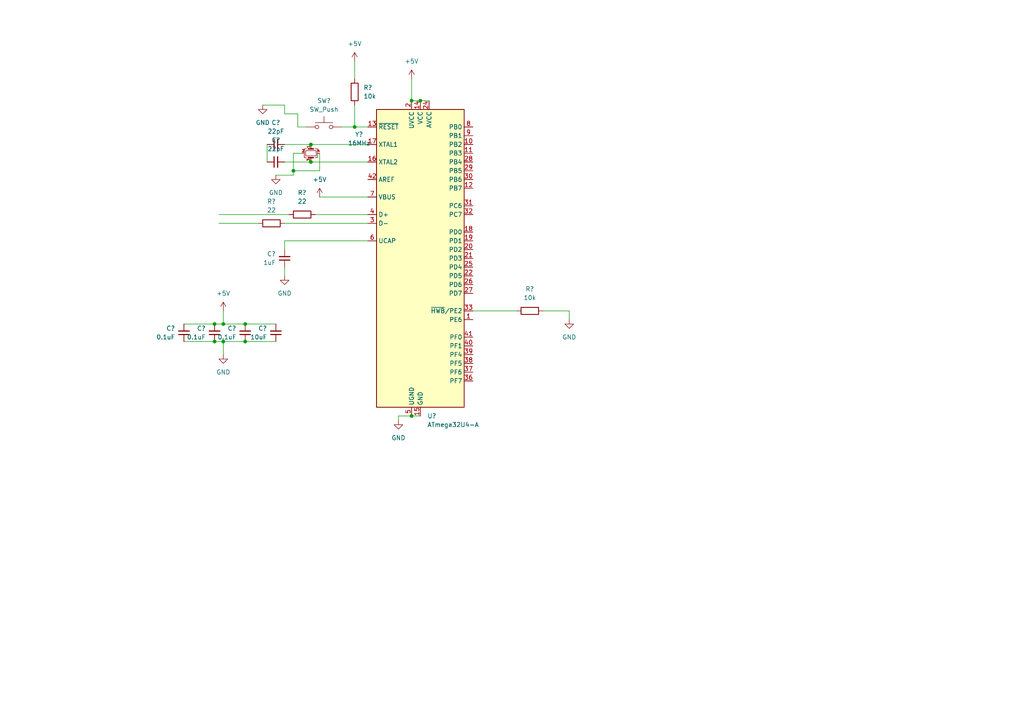
<source format=kicad_sch>
(kicad_sch (version 20211123) (generator eeschema)
  (paper "A4")
  (lib_symbols
    (symbol "Device:C_Small" (pin_numbers hide) (pin_names (offset 0.254) hide)
      (property "Reference" "C" (at 0.254 1.778 0))
      (property "Value" "C_Small" (at 0.254 -2.032 0))
      (symbol "C_Small_0_1"
        (polyline (pts (xy -1.524 -0.508) (xy 1.524 -0.508)) (stroke (width 0.3302)))
        (polyline (pts (xy -1.524 0.508) (xy 1.524 0.508)) (stroke (width 0.3048)))
      )
      (symbol "C_Small_1_1"
        (pin passive line (at 0 2.54 270) (length 2.032) (name "~") (number "1"))
        (pin passive line (at 0 -2.54 90) (length 2.032) (name "~") (number "2"))
      )
    )
    (symbol "Device:Crystal_GND24_Small" (pin_names (offset 1.016) hide)
      (property "Reference" "Y" (at 1.27 4.445 0))
      (property "Value" "Crystal_GND24_Small" (at 1.27 2.54 0))
      (symbol "Crystal_GND24_Small_0_1"
        (rectangle (start -0.762 -1.524) (end 0.762 1.524))
        (polyline (pts (xy -1.27 -0.762) (xy -1.27 0.762)) (stroke (width 0.381)))
        (polyline (pts (xy 1.27 -0.762) (xy 1.27 0.762)) (stroke (width 0.381)))
        (polyline (pts (xy -1.27 -1.27) (xy -1.27 -1.905) (xy 1.27 -1.905) (xy 1.27 -1.27)))
        (polyline (pts (xy -1.27 1.27) (xy -1.27 1.905) (xy 1.27 1.905) (xy 1.27 1.27)))
      )
      (symbol "Crystal_GND24_Small_1_1"
        (pin passive line (at -2.54 0 0) (length 1.27) (name "1") (number "1"))
        (pin passive line (at 0 -2.54 90) (length 0.635) (name "2") (number "2"))
        (pin passive line (at 2.54 0 180) (length 1.27) (name "3") (number "3"))
        (pin passive line (at 0 2.54 270) (length 0.635) (name "4") (number "4"))
      )
    )
    (symbol "Device:R" (pin_numbers hide) (pin_names (offset 0))
      (property "Reference" "R" (at 2.032 0 90))
      (property "Value" "R" (at 0 0 90))
      (symbol "R_0_1"
        (rectangle (start -1.016 -2.54) (end 1.016 2.54) (stroke (width 0.254)))
      )
      (symbol "R_1_1"
        (pin passive line (at 0 3.81 270) (length 1.27) (name "~") (number "1"))
        (pin passive line (at 0 -3.81 90) (length 1.27) (name "~") (number "2"))
      )
    )
    (symbol "MCU_Microchip_ATmega:ATmega32U4-A"
      (property "Reference" "U" (at -12.7 44.45 0))
      (property "Value" "ATmega32U4-A" (at 2.54 -44.45 0))
      (symbol "ATmega32U4-A_0_1"
        (rectangle (start -12.7 -43.18) (end 12.7 43.18) (stroke (width 0.254)) (fill (type background)))
      )
      (symbol "ATmega32U4-A_1_1"
        (pin bidirectional line (at 15.24 -17.78 180) (length 2.54) (name "PE6") (number "1"))
        (pin bidirectional line (at 15.24 33.02 180) (length 2.54) (name "PB2") (number "10"))
        (pin bidirectional line (at 15.24 30.48 180) (length 2.54) (name "PB3") (number "11"))
        (pin bidirectional line (at 15.24 20.32 180) (length 2.54) (name "PB7") (number "12"))
        (pin input line (at -15.24 38.1 0) (length 2.54) (name "~{RESET}") (number "13"))
        (pin power_in line (at 0 45.72 270) (length 2.54) (name "VCC") (number "14"))
        (pin power_in line (at 0 -45.72 90) (length 2.54) (name "GND") (number "15"))
        (pin output line (at -15.24 27.94 0) (length 2.54) (name "XTAL2") (number "16"))
        (pin input line (at -15.24 33.02 0) (length 2.54) (name "XTAL1") (number "17"))
        (pin bidirectional line (at 15.24 7.62 180) (length 2.54) (name "PD0") (number "18"))
        (pin bidirectional line (at 15.24 5.08 180) (length 2.54) (name "PD1") (number "19"))
        (pin power_in line (at -2.54 45.72 270) (length 2.54) (name "UVCC") (number "2"))
        (pin bidirectional line (at 15.24 2.54 180) (length 2.54) (name "PD2") (number "20"))
        (pin bidirectional line (at 15.24 0 180) (length 2.54) (name "PD3") (number "21"))
        (pin bidirectional line (at 15.24 -5.08 180) (length 2.54) (name "PD5") (number "22"))
        (pin passive line (at 0 -45.72 90) (length 2.54) hide (name "GND") (number "23"))
        (pin power_in line (at 2.54 45.72 270) (length 2.54) (name "AVCC") (number "24"))
        (pin bidirectional line (at 15.24 -2.54 180) (length 2.54) (name "PD4") (number "25"))
        (pin bidirectional line (at 15.24 -7.62 180) (length 2.54) (name "PD6") (number "26"))
        (pin bidirectional line (at 15.24 -10.16 180) (length 2.54) (name "PD7") (number "27"))
        (pin bidirectional line (at 15.24 27.94 180) (length 2.54) (name "PB4") (number "28"))
        (pin bidirectional line (at 15.24 25.4 180) (length 2.54) (name "PB5") (number "29"))
        (pin bidirectional line (at -15.24 10.16 0) (length 2.54) (name "D-") (number "3"))
        (pin bidirectional line (at 15.24 22.86 180) (length 2.54) (name "PB6") (number "30"))
        (pin bidirectional line (at 15.24 15.24 180) (length 2.54) (name "PC6") (number "31"))
        (pin bidirectional line (at 15.24 12.7 180) (length 2.54) (name "PC7") (number "32"))
        (pin bidirectional line (at 15.24 -15.24 180) (length 2.54) (name "~{HWB}/PE2") (number "33"))
        (pin passive line (at 0 45.72 270) (length 2.54) hide (name "VCC") (number "34"))
        (pin passive line (at 0 -45.72 90) (length 2.54) hide (name "GND") (number "35"))
        (pin bidirectional line (at 15.24 -35.56 180) (length 2.54) (name "PF7") (number "36"))
        (pin bidirectional line (at 15.24 -33.02 180) (length 2.54) (name "PF6") (number "37"))
        (pin bidirectional line (at 15.24 -30.48 180) (length 2.54) (name "PF5") (number "38"))
        (pin bidirectional line (at 15.24 -27.94 180) (length 2.54) (name "PF4") (number "39"))
        (pin bidirectional line (at -15.24 12.7 0) (length 2.54) (name "D+") (number "4"))
        (pin bidirectional line (at 15.24 -25.4 180) (length 2.54) (name "PF1") (number "40"))
        (pin bidirectional line (at 15.24 -22.86 180) (length 2.54) (name "PF0") (number "41"))
        (pin passive line (at -15.24 22.86 0) (length 2.54) (name "AREF") (number "42"))
        (pin passive line (at 0 -45.72 90) (length 2.54) hide (name "GND") (number "43"))
        (pin passive line (at 2.54 45.72 270) (length 2.54) hide (name "AVCC") (number "44"))
        (pin passive line (at -2.54 -45.72 90) (length 2.54) (name "UGND") (number "5"))
        (pin passive line (at -15.24 5.08 0) (length 2.54) (name "UCAP") (number "6"))
        (pin input line (at -15.24 17.78 0) (length 2.54) (name "VBUS") (number "7"))
        (pin bidirectional line (at 15.24 38.1 180) (length 2.54) (name "PB0") (number "8"))
        (pin bidirectional line (at 15.24 35.56 180) (length 2.54) (name "PB1") (number "9"))
      )
    )
    (symbol "Switch:SW_Push" (pin_numbers hide) (pin_names (offset 1.016) hide)
      (property "Reference" "SW" (at 1.27 2.54 0))
      (property "Value" "SW_Push" (at 0 -1.524 0))
      (symbol "SW_Push_0_1"
        (circle (center -2.032 0) (radius 0.508))
        (polyline (pts (xy 0 1.27) (xy 0 3.048)))
        (polyline (pts (xy 2.54 1.27) (xy -2.54 1.27)))
        (circle (center 2.032 0) (radius 0.508))
        (pin passive line (at -5.08 0 0) (length 2.54) (name "1") (number "1"))
        (pin passive line (at 5.08 0 180) (length 2.54) (name "2") (number "2"))
      )
    )
    (symbol "power:+5V" (power) (pin_names (offset 0))
      (property "Value" "+5V" (at 0 3.556 0))
      (symbol "+5V_0_1"
        (polyline (pts (xy -0.762 1.27) (xy 0 2.54)))
        (polyline (pts (xy 0 0) (xy 0 2.54)))
        (polyline (pts (xy 0 2.54) (xy 0.762 1.27)))
      )
      (symbol "+5V_1_1"
        (pin power_in line (at 0 0 90) (length 0) hide (name "+5V") (number "1"))
      )
    )
    (symbol "power:GND" (power) (pin_names (offset 0))
      (property "Value" "GND" (at 0 -3.81 0))
      (symbol "GND_0_1"
        (polyline (pts (xy 0 0) (xy 0 -1.27) (xy 1.27 -1.27) (xy 0 -2.54) (xy -1.27 -1.27) (xy 0 -1.27)))
      )
      (symbol "GND_1_1"
        (pin power_in line (at 0 0 270) (length 0) hide (name "GND") (number "1"))
      )
    )
  )
  (junction (at 119.38 120.65))
  (junction (at 102.87 36.83))
  (junction (at 62.23 93.98))
  (junction (at 121.92 29.21))
  (junction (at 62.23 99.06))
  (junction (at 64.77 99.06))
  (junction (at 71.12 99.06))
  (junction (at 90.17 41.91))
  (junction (at 64.77 93.98))
  (junction (at 119.38 29.21))
  (junction (at 85.09 49.53))
  (junction (at 90.17 46.99))
  (junction (at 71.12 93.98))
  (wire (pts (xy 71.12 99.06) (xy 80.01 99.06)))
  (wire (pts (xy 119.38 120.65) (xy 115.57 120.65)))
  (wire (pts (xy 121.92 29.21) (xy 124.46 29.21)))
  (wire (pts (xy 137.16 90.17) (xy 149.86 90.17)))
  (wire (pts (xy 90.17 41.91) (xy 106.68 41.91)))
  (wire (pts (xy 119.38 120.65) (xy 121.92 120.65)))
  (wire (pts (xy 82.55 33.02) (xy 86.36 33.02)))
  (wire (pts (xy 77.47 41.91) (xy 77.47 46.99)))
  (wire (pts (xy 63.5 64.77) (xy 74.93 64.77)))
  (wire (pts (xy 64.77 102.87) (xy 64.77 99.06)))
  (wire (pts (xy 119.38 29.21) (xy 121.92 29.21)))
  (wire (pts (xy 85.09 44.45) (xy 85.09 49.53)))
  (wire (pts (xy 64.77 99.06) (xy 62.23 99.06)))
  (wire (pts (xy 82.55 33.02) (xy 82.55 30.48)))
  (wire (pts (xy 102.87 36.83) (xy 106.68 36.83)))
  (wire (pts (xy 62.23 93.98) (xy 64.77 93.98)))
  (wire (pts (xy 85.09 49.53) (xy 85.09 50.8)))
  (wire (pts (xy 62.23 99.06) (xy 53.34 99.06)))
  (wire (pts (xy 106.68 57.15) (xy 92.71 57.15)))
  (wire (pts (xy 64.77 90.17) (xy 64.77 93.98)))
  (wire (pts (xy 53.34 93.98) (xy 62.23 93.98)))
  (wire (pts (xy 71.12 93.98) (xy 80.01 93.98)))
  (wire (pts (xy 92.71 44.45) (xy 92.71 49.53)))
  (wire (pts (xy 82.55 77.47) (xy 82.55 80.01)))
  (wire (pts (xy 106.68 69.85) (xy 82.55 69.85)))
  (wire (pts (xy 64.77 99.06) (xy 71.12 99.06)))
  (wire (pts (xy 80.01 50.8) (xy 85.09 50.8)))
  (wire (pts (xy 82.55 41.91) (xy 90.17 41.91)))
  (wire (pts (xy 115.57 120.65) (xy 115.57 121.92)))
  (wire (pts (xy 63.5 62.23) (xy 83.82 62.23)))
  (wire (pts (xy 87.63 44.45) (xy 85.09 44.45)))
  (wire (pts (xy 92.71 49.53) (xy 85.09 49.53)))
  (wire (pts (xy 86.36 36.83) (xy 86.36 33.02)))
  (wire (pts (xy 102.87 17.78) (xy 102.87 22.86)))
  (wire (pts (xy 88.9 36.83) (xy 86.36 36.83)))
  (wire (pts (xy 99.06 36.83) (xy 102.87 36.83)))
  (wire (pts (xy 91.44 62.23) (xy 106.68 62.23)))
  (wire (pts (xy 82.55 69.85) (xy 82.55 72.39)))
  (wire (pts (xy 90.17 46.99) (xy 106.68 46.99)))
  (wire (pts (xy 119.38 22.86) (xy 119.38 29.21)))
  (wire (pts (xy 82.55 46.99) (xy 90.17 46.99)))
  (wire (pts (xy 64.77 93.98) (xy 71.12 93.98)))
  (wire (pts (xy 82.55 64.77) (xy 106.68 64.77)))
  (wire (pts (xy 165.1 90.17) (xy 165.1 92.71)))
  (wire (pts (xy 157.48 90.17) (xy 165.1 90.17)))
  (wire (pts (xy 102.87 30.48) (xy 102.87 36.83)))
  (wire (pts (xy 76.2 30.48) (xy 82.55 30.48)))
  (symbol (lib_id "Device:C_Small") (at 80.01 96.52 0) (mirror x) (unit 1)
    (property "Reference" "C?" (at 77.47 95.2435 0) (effects (justify right)))
    (property "Value" "10uF" (at 77.47 97.7835 0) (effects (justify right)))
  )
  (symbol (lib_id "power:GND") (at 80.01 50.8 0) (unit 1)
    (property "Reference" "#PWR?" (effects hide))
    (property "Value" "GND" (at 80.01 55.88 0))
  )
  (symbol (lib_id "power:+5V") (at 92.71 57.15 0) (unit 1)
    (property "Reference" "#PWR?" (effects hide))
    (property "Value" "+5V" (at 92.71 52.07 0))
  )
  (symbol (lib_id "Device:C_Small") (at 62.23 96.52 0) (mirror x) (unit 1)
    (property "Reference" "C?" (at 59.69 95.2435 0) (effects (justify right)))
    (property "Value" "0.1uF" (at 59.69 97.7835 0) (effects (justify right)))
  )
  (symbol (lib_id "power:GND") (at 76.2 30.48 0) (unit 1)
    (property "Reference" "#PWR?" (effects hide))
    (property "Value" "GND" (at 76.2 35.56 0))
  )
  (symbol (lib_id "Device:R") (at 153.67 90.17 90) (unit 1)
    (property "Reference" "R?" (at 153.67 83.82 90))
    (property "Value" "10k" (at 153.67 86.36 90))
  )
  (symbol (lib_id "power:GND") (at 115.57 121.92 0) (unit 1)
    (property "Reference" "#PWR?" (effects hide))
    (property "Value" "GND" (at 115.57 127 0))
  )
  (symbol (lib_id "Device:C_Small") (at 71.12 96.52 0) (mirror x) (unit 1)
    (property "Reference" "C?" (at 68.58 95.2435 0) (effects (justify right)))
    (property "Value" "0.1uF" (at 68.58 97.7835 0) (effects (justify right)))
  )
  (symbol (lib_id "power:+5V") (at 64.77 90.17 0) (unit 1)
    (property "Reference" "#PWR?" (effects hide))
    (property "Value" "+5V" (at 64.77 85.09 0))
  )
  (symbol (lib_id "Device:Crystal_GND24_Small") (at 90.17 44.45 270) (unit 1)
    (property "Reference" "Y?" (at 104.14 38.9888 90))
    (property "Value" "16MHz" (at 104.14 41.5288 90))
  )
  (symbol (lib_id "Device:C_Small") (at 80.01 46.99 90) (unit 1)
    (property "Reference" "C?" (at 80.0163 40.64 90))
    (property "Value" "22pF" (at 80.0163 43.18 90))
  )
  (symbol (lib_id "power:GND") (at 64.77 102.87 0) (unit 1)
    (property "Reference" "#PWR?" (effects hide))
    (property "Value" "GND" (at 64.77 107.95 0))
  )
  (symbol (lib_id "power:+5V") (at 102.87 17.78 0) (unit 1)
    (property "Reference" "#PWR?" (effects hide))
    (property "Value" "+5V" (at 102.87 12.7 0))
  )
  (symbol (lib_id "Switch:SW_Push") (at 93.98 36.83 0) (unit 1)
    (property "Reference" "SW?" (at 93.98 29.21 0))
    (property "Value" "SW_Push" (at 93.98 31.75 0))
  )
  (symbol (lib_id "MCU_Microchip_ATmega:ATmega32U4-A") (at 121.92 74.93 0) (unit 1)
    (property "Reference" "U?" (at 123.9394 120.65 0) (effects (justify left)))
    (property "Value" "ATmega32U4-A" (at 123.9394 123.19 0) (effects (justify left)))
    (property "Footprint" "Package_QFP:TQFP-44_10x10mm_P0.8mm" (effects hide))
    (property "Datasheet" "http://ww1.microchip.com/downloads/en/DeviceDoc/Atmel-7766-8-bit-AVR-ATmega16U4-32U4_Datasheet.pdf" (effects hide))
  )
  (symbol (lib_id "Device:C_Small") (at 82.55 74.93 0) (mirror x) (unit 1)
    (property "Reference" "C?" (at 80.01 73.6535 0) (effects (justify right)))
    (property "Value" "1uF" (at 80.01 76.1935 0) (effects (justify right)))
  )
  (symbol (lib_id "Device:C_Small") (at 53.34 96.52 0) (mirror x) (unit 1)
    (property "Reference" "C?" (at 50.8 95.2435 0) (effects (justify right)))
    (property "Value" "0.1uF" (at 50.8 97.7835 0) (effects (justify right)))
  )
  (symbol (lib_id "power:GND") (at 82.55 80.01 0) (unit 1)
    (property "Reference" "#PWR?" (effects hide))
    (property "Value" "GND" (at 82.55 85.09 0))
  )
  (symbol (lib_id "power:+5V") (at 119.38 22.86 0) (unit 1)
    (property "Reference" "#PWR?" (effects hide))
    (property "Value" "+5V" (at 119.38 17.78 0))
  )
  (symbol (lib_id "power:GND") (at 165.1 92.71 0) (unit 1)
    (property "Reference" "#PWR?" (effects hide))
    (property "Value" "GND" (at 165.1 97.79 0))
  )
  (symbol (lib_id "Device:R") (at 102.87 26.67 0) (unit 1)
    (property "Reference" "R?" (at 105.41 25.3999 0) (effects (justify left)))
    (property "Value" "10k" (at 105.41 27.9399 0) (effects (justify left)))
  )
  (symbol (lib_id "Device:R") (at 87.63 62.23 90) (mirror x) (unit 1)
    (property "Reference" "R?" (at 87.63 55.88 90))
    (property "Value" "22" (at 87.63 58.42 90))
  )
  (symbol (lib_id "Device:R") (at 78.74 64.77 90) (mirror x) (unit 1)
    (property "Reference" "R?" (at 78.74 58.42 90))
    (property "Value" "22" (at 78.74 60.96 90))
  )
  (symbol (lib_id "Device:C_Small") (at 80.01 41.91 90) (unit 1)
    (property "Reference" "C?" (at 80.0163 35.56 90))
    (property "Value" "22pF" (at 80.0163 38.1 90))
  )
)
</source>
